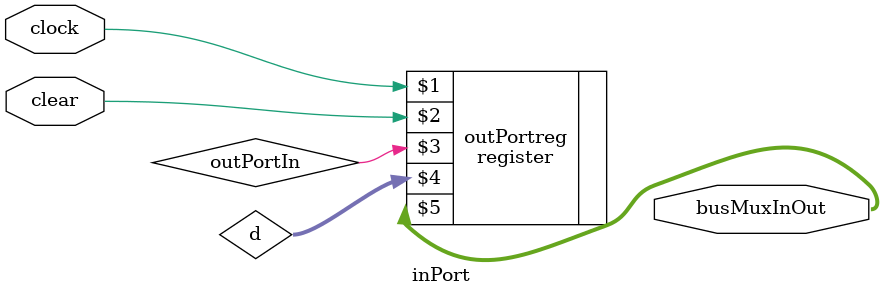
<source format=v>
module inPort(
	input wire clear, clock,
	output wire [31:0] busMuxInOut
);

	wire [31:0] d;

	register outPortreg(clock, clear, outPortIn, d, busMuxInOut);

endmodule
</source>
